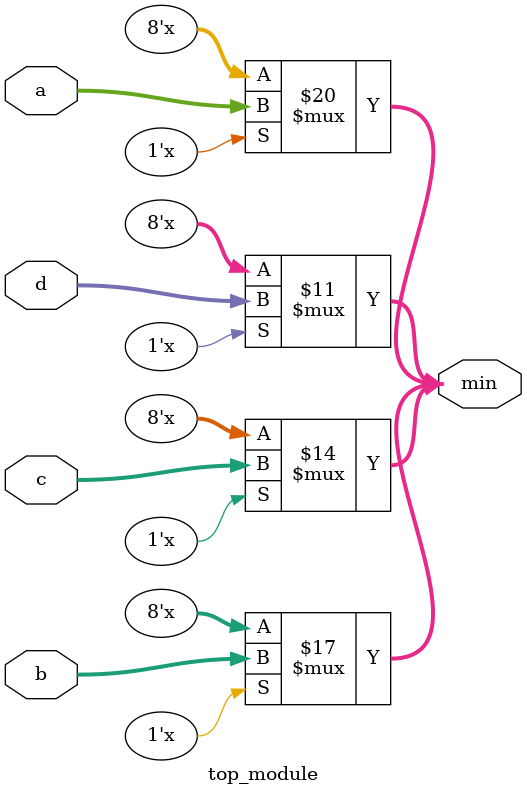
<source format=sv>
module top_module (
	input [7:0] a,
	input [7:0] b,
	input [7:0] c,
	input [7:0] d,
	output reg [7:0] min
);

// Assign initial value to min as the maximum possible value
initial begin 
	min = 8'd255; 
end

// Compare a with min and update min if a is smaller
always @(a) begin
	if(a < min) begin
		min = a;
	end
end

// Compare b with min and update min if b is smaller
always @(b) begin
	if(b < min) begin
		min = b;
	end
end

// Compare c with min and update min if c is smaller
always @(c) begin
	if(c < min) begin
		min = c;
	end
end

// Compare d with min and update min if d is smaller
always @(d) begin
	if(d < min) begin
		min = d;
	end
end

endmodule

</source>
